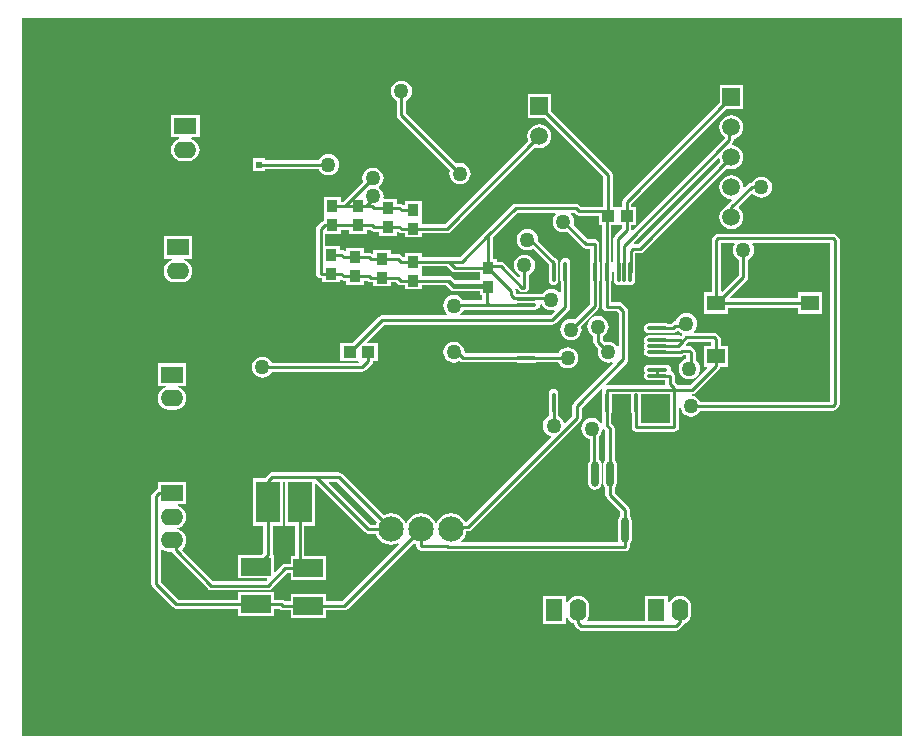
<source format=gbl>
G04*
G04 #@! TF.GenerationSoftware,Altium Limited,Altium Designer,19.1.5 (86)*
G04*
G04 Layer_Physical_Order=2*
G04 Layer_Color=16711680*
%FSLAX25Y25*%
%MOIN*%
G70*
G01*
G75*
%ADD15C,0.01000*%
%ADD20R,0.04134X0.03937*%
%ADD21O,0.02362X0.08661*%
%ADD22R,0.06122X0.05118*%
%ADD25R,0.02264X0.02441*%
%ADD43O,0.07087X0.01181*%
%ADD44O,0.01181X0.07087*%
%ADD45O,0.05500X0.07500*%
%ADD46R,0.05500X0.07500*%
%ADD47R,0.05906X0.05906*%
%ADD48C,0.05906*%
%ADD49O,0.07500X0.05500*%
%ADD50R,0.07500X0.05500*%
%ADD51C,0.08465*%
%ADD52C,0.05000*%
%ADD53R,0.03740X0.03937*%
%ADD54R,0.07874X0.13780*%
%ADD55R,0.09843X0.05906*%
G36*
X509971Y165029D02*
X216529D01*
Y166000D01*
Y404471D01*
X509971D01*
Y165029D01*
D02*
G37*
%LPC*%
G36*
X318650Y359050D02*
X317736Y358929D01*
X316884Y358577D01*
X316153Y358016D01*
X315592Y357285D01*
X315495Y357049D01*
X297632D01*
Y357740D01*
X293368D01*
Y353299D01*
X297632D01*
Y353990D01*
X315495D01*
X315592Y353754D01*
X316153Y353023D01*
X316884Y352462D01*
X317736Y352110D01*
X318650Y351989D01*
X319563Y352110D01*
X320415Y352462D01*
X321146Y353023D01*
X321707Y353754D01*
X322059Y354606D01*
X322180Y355520D01*
X322059Y356433D01*
X321707Y357285D01*
X321146Y358016D01*
X320415Y358577D01*
X319563Y358929D01*
X318650Y359050D01*
D02*
G37*
G36*
X275750Y372124D02*
X266250D01*
Y364624D01*
X268912D01*
X269021Y364154D01*
X268109Y363776D01*
X267325Y363175D01*
X266724Y362391D01*
X266347Y361479D01*
X266218Y360500D01*
X266347Y359521D01*
X266724Y358609D01*
X267325Y357825D01*
X268109Y357224D01*
X269021Y356846D01*
X270000Y356718D01*
X272000D01*
X272979Y356846D01*
X273891Y357224D01*
X274675Y357825D01*
X275276Y358609D01*
X275654Y359521D01*
X275782Y360500D01*
X275654Y361479D01*
X275276Y362391D01*
X274675Y363175D01*
X273891Y363776D01*
X272979Y364154D01*
X273088Y364624D01*
X275750D01*
Y372124D01*
D02*
G37*
G36*
X343000Y383530D02*
X342086Y383410D01*
X341235Y383057D01*
X340504Y382496D01*
X339943Y381765D01*
X339590Y380914D01*
X339470Y380000D01*
X339590Y379086D01*
X339943Y378235D01*
X340504Y377504D01*
X341235Y376943D01*
X341471Y376845D01*
Y372000D01*
X341587Y371415D01*
X341919Y370919D01*
X359188Y353649D01*
X359090Y353414D01*
X358970Y352500D01*
X359090Y351586D01*
X359443Y350735D01*
X360004Y350004D01*
X360735Y349443D01*
X361586Y349090D01*
X362500Y348970D01*
X363414Y349090D01*
X364265Y349443D01*
X364996Y350004D01*
X365557Y350735D01*
X365910Y351586D01*
X366030Y352500D01*
X365910Y353414D01*
X365557Y354265D01*
X364996Y354996D01*
X364265Y355557D01*
X363414Y355910D01*
X362500Y356030D01*
X361586Y355910D01*
X361351Y355812D01*
X344529Y372634D01*
Y376845D01*
X344765Y376943D01*
X345496Y377504D01*
X346057Y378235D01*
X346410Y379086D01*
X346530Y380000D01*
X346410Y380914D01*
X346057Y381765D01*
X345496Y382496D01*
X344765Y383057D01*
X343914Y383410D01*
X343000Y383530D01*
D02*
G37*
G36*
X453000Y351987D02*
X451968Y351851D01*
X451007Y351453D01*
X450181Y350819D01*
X449547Y349993D01*
X449149Y349032D01*
X449013Y348000D01*
X449149Y346968D01*
X449547Y346007D01*
X450181Y345181D01*
X451007Y344547D01*
X451968Y344149D01*
X452906Y344026D01*
X453167Y343580D01*
X451919Y342331D01*
X451587Y341835D01*
X451556Y341680D01*
X451007Y341453D01*
X450181Y340819D01*
X449547Y339993D01*
X449149Y339032D01*
X449013Y338000D01*
X449149Y336968D01*
X449547Y336007D01*
X450181Y335181D01*
X451007Y334547D01*
X451968Y334149D01*
X453000Y334013D01*
X454032Y334149D01*
X454993Y334547D01*
X455819Y335181D01*
X456453Y336007D01*
X456851Y336968D01*
X456987Y338000D01*
X456851Y339032D01*
X456453Y339993D01*
X455819Y340819D01*
X455505Y341060D01*
X455472Y341559D01*
X459764Y345851D01*
X460263Y345818D01*
X460504Y345504D01*
X461235Y344943D01*
X462086Y344590D01*
X463000Y344470D01*
X463914Y344590D01*
X464765Y344943D01*
X465496Y345504D01*
X466057Y346235D01*
X466410Y347086D01*
X466530Y348000D01*
X466410Y348914D01*
X466057Y349765D01*
X465496Y350496D01*
X464765Y351057D01*
X463914Y351410D01*
X463000Y351530D01*
X462086Y351410D01*
X461235Y351057D01*
X460504Y350496D01*
X459943Y349765D01*
X459845Y349529D01*
X459750D01*
X459165Y349413D01*
X458669Y349081D01*
X457420Y347833D01*
X456974Y348094D01*
X456851Y349032D01*
X456453Y349993D01*
X455819Y350819D01*
X454993Y351453D01*
X454032Y351851D01*
X453000Y351987D01*
D02*
G37*
G36*
X456953Y381953D02*
X449047D01*
Y376210D01*
X417068Y344231D01*
X416737Y343735D01*
X416620Y343150D01*
Y341822D01*
X416267Y341469D01*
X415083Y341469D01*
X414583Y341469D01*
X413380D01*
Y352150D01*
X413263Y352735D01*
X412932Y353231D01*
X392953Y373210D01*
Y378953D01*
X385047D01*
Y371047D01*
X390790D01*
X410321Y351516D01*
Y341498D01*
X402822D01*
X402270Y342050D01*
X401774Y342382D01*
X401188Y342498D01*
X381069D01*
X380483Y342382D01*
X379987Y342050D01*
X370919Y332981D01*
X370919Y332981D01*
X362616Y324679D01*
X349870D01*
Y326118D01*
X344130D01*
Y324679D01*
X343334D01*
X342781Y325231D01*
X342285Y325563D01*
X341700Y325679D01*
X339370D01*
Y327118D01*
X333630D01*
Y326087D01*
X333554Y326009D01*
X333130Y325832D01*
X332785Y326063D01*
X332200Y326179D01*
X330370D01*
Y327618D01*
X324630D01*
Y326740D01*
X324130Y326533D01*
X324081Y326581D01*
X323585Y326913D01*
X323000Y327029D01*
X322370D01*
Y328468D01*
X317629D01*
Y332382D01*
X322870D01*
Y333821D01*
X325630D01*
Y332382D01*
X331370D01*
Y333821D01*
X332467D01*
X332668Y333619D01*
X333164Y333288D01*
X333750Y333171D01*
X335630D01*
Y331732D01*
X341370D01*
Y333163D01*
X341870Y333168D01*
X341919Y333119D01*
X342415Y332788D01*
X343000Y332671D01*
X344130D01*
Y331232D01*
X349870D01*
Y332671D01*
X358201D01*
X358786Y332788D01*
X359282Y333119D01*
X387504Y361341D01*
X387968Y361149D01*
X389000Y361013D01*
X390032Y361149D01*
X390993Y361547D01*
X391819Y362181D01*
X392453Y363007D01*
X392851Y363968D01*
X392987Y365000D01*
X392851Y366032D01*
X392453Y366993D01*
X391819Y367819D01*
X390993Y368453D01*
X390032Y368851D01*
X389000Y368987D01*
X387968Y368851D01*
X387007Y368453D01*
X386181Y367819D01*
X385547Y366993D01*
X385149Y366032D01*
X385013Y365000D01*
X385149Y363968D01*
X385341Y363504D01*
X357567Y335730D01*
X349870D01*
Y337032D01*
X349870Y337169D01*
Y337531D01*
X349870Y337669D01*
Y343468D01*
X344130D01*
Y342038D01*
X343630Y342033D01*
X343581Y342081D01*
X343085Y342413D01*
X342500Y342529D01*
X341370D01*
Y343969D01*
X337375D01*
X336960Y344468D01*
X337030Y345000D01*
X336910Y345914D01*
X336557Y346765D01*
X335996Y347496D01*
X335665Y347750D01*
Y348250D01*
X335996Y348504D01*
X336557Y349235D01*
X336910Y350086D01*
X337030Y351000D01*
X336910Y351914D01*
X336557Y352765D01*
X335996Y353496D01*
X335265Y354057D01*
X334414Y354410D01*
X333500Y354530D01*
X332586Y354410D01*
X331735Y354057D01*
X331004Y353496D01*
X330443Y352765D01*
X330090Y351914D01*
X329970Y351000D01*
X330090Y350086D01*
X330188Y349851D01*
X323516Y343179D01*
X322870D01*
Y344618D01*
X317130D01*
Y338819D01*
X317130Y338681D01*
Y338319D01*
X317130Y338181D01*
Y336816D01*
X316865Y336763D01*
X316369Y336432D01*
X315019Y335081D01*
X314687Y334585D01*
X314571Y334000D01*
Y319201D01*
X314687Y318616D01*
X315019Y318119D01*
X315515Y317788D01*
X316100Y317671D01*
X316630D01*
Y316232D01*
X322370D01*
Y317035D01*
X322870Y317201D01*
X323265Y316937D01*
X323850Y316821D01*
X324630D01*
Y315382D01*
X330370D01*
Y316821D01*
X331567D01*
X331619Y316769D01*
X332115Y316437D01*
X332700Y316321D01*
X333630D01*
Y314882D01*
X339370D01*
Y316321D01*
X341067D01*
X341619Y315769D01*
X342115Y315437D01*
X342700Y315321D01*
X344130D01*
Y313882D01*
X349870D01*
Y315321D01*
X357867D01*
X359419Y313769D01*
X359915Y313437D01*
X360500Y313321D01*
X369130D01*
Y311882D01*
X369971D01*
Y310234D01*
X363570D01*
X363557Y310265D01*
X362996Y310996D01*
X362265Y311557D01*
X361414Y311910D01*
X360500Y312030D01*
X359586Y311910D01*
X358735Y311557D01*
X358004Y310996D01*
X357443Y310265D01*
X357090Y309414D01*
X356970Y308500D01*
X357090Y307586D01*
X357443Y306735D01*
X358004Y306004D01*
X358345Y305742D01*
X358175Y305242D01*
X336512D01*
X335927Y305126D01*
X335430Y304794D01*
X326605Y295969D01*
X322634D01*
Y290032D01*
X328433D01*
X328616Y290032D01*
X328840Y289720D01*
X328854Y289659D01*
X328784Y289529D01*
X299804D01*
X299707Y289765D01*
X299146Y290496D01*
X298415Y291057D01*
X297563Y291410D01*
X296650Y291530D01*
X295736Y291410D01*
X294884Y291057D01*
X294153Y290496D01*
X293592Y289765D01*
X293240Y288914D01*
X293119Y288000D01*
X293240Y287086D01*
X293592Y286235D01*
X294153Y285504D01*
X294884Y284943D01*
X295736Y284590D01*
X296650Y284470D01*
X297563Y284590D01*
X298415Y284943D01*
X299146Y285504D01*
X299707Y286235D01*
X299804Y286471D01*
X330000D01*
X330585Y286587D01*
X331081Y286919D01*
X333081Y288919D01*
X333413Y289415D01*
X333529Y290000D01*
Y290032D01*
X335067D01*
Y295969D01*
X331584D01*
X331393Y296430D01*
X337145Y302183D01*
X393354D01*
X393940Y302300D01*
X394436Y302631D01*
X398723Y306919D01*
X399055Y307415D01*
X399171Y308000D01*
Y316434D01*
X399264Y316898D01*
Y322803D01*
X399140Y323424D01*
X398788Y323950D01*
X398262Y324301D01*
X397642Y324425D01*
X397021Y324301D01*
X396495Y323950D01*
X396144Y323424D01*
X396020Y322803D01*
Y316898D01*
X396112Y316434D01*
Y313015D01*
X395612Y312845D01*
X395496Y312996D01*
X394765Y313557D01*
X393914Y313910D01*
X393000Y314030D01*
X392086Y313910D01*
X391235Y313557D01*
X390504Y312996D01*
X390082Y312447D01*
X384650D01*
X384650Y312447D01*
X381302D01*
X381115Y312633D01*
Y313465D01*
X381016Y313964D01*
X381250Y314172D01*
X381429Y314258D01*
X382268Y313419D01*
X382764Y313087D01*
X383350Y312971D01*
X384000D01*
X384585Y313087D01*
X385081Y313419D01*
X385413Y313915D01*
X385529Y314500D01*
Y318845D01*
X385765Y318943D01*
X386496Y319504D01*
X387057Y320235D01*
X387410Y321086D01*
X387530Y322000D01*
X387410Y322914D01*
X387057Y323765D01*
X386496Y324496D01*
X385765Y325057D01*
X384914Y325410D01*
X384000Y325530D01*
X383086Y325410D01*
X382235Y325057D01*
X381504Y324496D01*
X380943Y323765D01*
X380590Y322914D01*
X380470Y322000D01*
X380590Y321086D01*
X380943Y320235D01*
X381504Y319504D01*
X382235Y318943D01*
X382471Y318845D01*
Y318195D01*
X382009Y318004D01*
X377281Y322731D01*
X376785Y323063D01*
X376200Y323179D01*
X374870D01*
Y324118D01*
X373529D01*
Y331266D01*
X381702Y339439D01*
X394347D01*
X394460Y338939D01*
X393943Y338265D01*
X393590Y337414D01*
X393470Y336500D01*
X393590Y335586D01*
X393943Y334735D01*
X394504Y334004D01*
X395235Y333443D01*
X396086Y333090D01*
X397000Y332970D01*
X397914Y333090D01*
X398149Y333188D01*
X403403Y327934D01*
X403899Y327603D01*
X404484Y327486D01*
X405955D01*
Y323267D01*
X405863Y322803D01*
Y316898D01*
X405955Y316434D01*
Y309118D01*
X400649Y303812D01*
X400414Y303910D01*
X399500Y304030D01*
X398586Y303910D01*
X397735Y303557D01*
X397004Y302996D01*
X396443Y302265D01*
X396090Y301414D01*
X395970Y300500D01*
X396090Y299586D01*
X396443Y298735D01*
X397004Y298004D01*
X397735Y297443D01*
X398586Y297090D01*
X399500Y296970D01*
X400414Y297090D01*
X401265Y297443D01*
X401996Y298004D01*
X402557Y298735D01*
X402910Y299586D01*
X403030Y300500D01*
X402910Y301414D01*
X402812Y301649D01*
X408566Y307403D01*
X408897Y307899D01*
X409014Y308484D01*
Y316434D01*
X409106Y316898D01*
Y322803D01*
X409014Y323267D01*
Y329016D01*
X408897Y329601D01*
X408566Y330097D01*
X408070Y330429D01*
X407484Y330545D01*
X405118D01*
X400312Y335351D01*
X400410Y335586D01*
X400530Y336500D01*
X400410Y337414D01*
X400057Y338265D01*
X399540Y338939D01*
X399653Y339439D01*
X400555D01*
X401107Y338887D01*
X401603Y338556D01*
X402188Y338439D01*
X408783D01*
Y335531D01*
X409892D01*
Y323267D01*
X409799Y322803D01*
Y316898D01*
X409892Y316434D01*
Y308200D01*
X410008Y307615D01*
X410340Y307119D01*
X410836Y306787D01*
X411421Y306671D01*
X414781D01*
X415471Y305981D01*
Y295007D01*
X414971Y294878D01*
X414496Y295496D01*
X413765Y296057D01*
X412914Y296410D01*
X412000Y296530D01*
X411086Y296410D01*
X410851Y296312D01*
X410029Y297133D01*
Y298345D01*
X410265Y298443D01*
X410996Y299004D01*
X411557Y299735D01*
X411910Y300586D01*
X412030Y301500D01*
X411910Y302414D01*
X411557Y303265D01*
X410996Y303996D01*
X410265Y304557D01*
X409414Y304910D01*
X408500Y305030D01*
X407586Y304910D01*
X406735Y304557D01*
X406004Y303996D01*
X405443Y303265D01*
X405090Y302414D01*
X404970Y301500D01*
X405090Y300586D01*
X405443Y299735D01*
X406004Y299004D01*
X406735Y298443D01*
X406971Y298345D01*
Y296500D01*
X407087Y295915D01*
X407419Y295419D01*
X408688Y294149D01*
X408590Y293914D01*
X408470Y293000D01*
X408590Y292086D01*
X408943Y291235D01*
X409504Y290504D01*
X410235Y289943D01*
X411086Y289590D01*
X412000Y289470D01*
X412914Y289590D01*
X413332Y289763D01*
X413615Y289340D01*
X400419Y276143D01*
X400087Y275646D01*
X399971Y275061D01*
Y271696D01*
X397577Y269302D01*
X397076Y269508D01*
X396762Y270265D01*
X396201Y270996D01*
X395470Y271557D01*
X395234Y271655D01*
Y272733D01*
X395326Y273197D01*
Y279102D01*
X395203Y279723D01*
X394851Y280249D01*
X394325Y280601D01*
X393705Y280724D01*
X393084Y280601D01*
X392558Y280249D01*
X392207Y279723D01*
X392083Y279102D01*
Y273197D01*
X392175Y272733D01*
Y271655D01*
X391940Y271557D01*
X391209Y270996D01*
X390648Y270265D01*
X390295Y269414D01*
X390175Y268500D01*
X390295Y267586D01*
X390648Y266735D01*
X391209Y266004D01*
X391940Y265443D01*
X392697Y265129D01*
X392903Y264628D01*
X364663Y236388D01*
X364150Y236447D01*
X364070Y236639D01*
X363232Y237732D01*
X362139Y238570D01*
X360866Y239098D01*
X359500Y239277D01*
X358134Y239098D01*
X356861Y238570D01*
X355768Y237732D01*
X354930Y236639D01*
X354750Y236205D01*
X354250D01*
X354070Y236639D01*
X353232Y237732D01*
X352139Y238570D01*
X350866Y239098D01*
X349500Y239277D01*
X348134Y239098D01*
X346861Y238570D01*
X345768Y237732D01*
X344930Y236639D01*
X344750Y236205D01*
X344250D01*
X344070Y236639D01*
X343232Y237732D01*
X342139Y238570D01*
X340866Y239098D01*
X339500Y239277D01*
X338134Y239098D01*
X337025Y238638D01*
X323181Y252481D01*
X322685Y252813D01*
X322100Y252929D01*
X299900D01*
X299315Y252813D01*
X298819Y252481D01*
X297419Y251081D01*
X297290Y250890D01*
X293563D01*
Y235110D01*
X296971D01*
Y226133D01*
X296290Y225453D01*
X288579D01*
Y217547D01*
X298031D01*
X298222Y217085D01*
X297867Y216729D01*
X280234D01*
X269996Y226967D01*
X270029Y227466D01*
X270175Y227577D01*
X270776Y228361D01*
X271153Y229273D01*
X271282Y230252D01*
X271153Y231231D01*
X270776Y232143D01*
X270175Y232927D01*
X269391Y233528D01*
X268479Y233906D01*
X268241Y233937D01*
Y234441D01*
X268479Y234472D01*
X269391Y234850D01*
X270175Y235452D01*
X270776Y236235D01*
X271153Y237147D01*
X271282Y238126D01*
X271153Y239105D01*
X270776Y240017D01*
X270175Y240800D01*
X269391Y241402D01*
X268479Y241779D01*
X268588Y242250D01*
X271250D01*
Y249750D01*
X261750D01*
Y247440D01*
X261615Y247413D01*
X261119Y247081D01*
X260119Y246081D01*
X259787Y245585D01*
X259671Y245000D01*
Y215780D01*
X259787Y215195D01*
X260119Y214699D01*
X266919Y207899D01*
X267415Y207567D01*
X268000Y207451D01*
X288579D01*
Y205028D01*
X300421D01*
Y207451D01*
X302366D01*
X302419Y207399D01*
X302915Y207067D01*
X303500Y206951D01*
X306079D01*
Y204528D01*
X317921D01*
Y206951D01*
X323980D01*
X324566Y207067D01*
X325062Y207399D01*
X347025Y229362D01*
X347971Y228970D01*
Y228300D01*
X348087Y227715D01*
X348419Y227219D01*
X348915Y226887D01*
X349500Y226771D01*
X357690D01*
X357815Y226687D01*
X358400Y226571D01*
X417500D01*
X418085Y226687D01*
X418581Y227019D01*
X418913Y227515D01*
X419029Y228100D01*
Y228800D01*
X419072Y228829D01*
X419555Y229551D01*
X419724Y230402D01*
Y236701D01*
X419555Y237552D01*
X419072Y238273D01*
X419029Y238302D01*
Y240500D01*
X418913Y241085D01*
X418581Y241581D01*
X414029Y246133D01*
Y247698D01*
X414073Y247727D01*
X414555Y248448D01*
X414724Y249299D01*
Y255598D01*
X414555Y256449D01*
X414073Y257171D01*
X414029Y257200D01*
Y267500D01*
X413913Y268085D01*
X413581Y268581D01*
X412951Y269212D01*
Y272733D01*
X413043Y273197D01*
Y278971D01*
X419642D01*
Y273197D01*
X419734Y272733D01*
Y268000D01*
X419851Y267415D01*
X420182Y266919D01*
X420679Y266587D01*
X421264Y266471D01*
X434000D01*
X434585Y266587D01*
X435081Y266919D01*
X435413Y267415D01*
X435529Y268000D01*
Y274515D01*
X436029Y274547D01*
X436090Y274086D01*
X436443Y273235D01*
X437004Y272504D01*
X437735Y271943D01*
X438586Y271590D01*
X439500Y271470D01*
X440414Y271590D01*
X441265Y271943D01*
X441996Y272504D01*
X442557Y273235D01*
X442655Y273471D01*
X486914D01*
X487500Y273587D01*
X487996Y273919D01*
X488581Y274504D01*
X488913Y275001D01*
X489029Y275586D01*
Y330414D01*
X488913Y330999D01*
X488581Y331496D01*
X487996Y332081D01*
X487500Y332413D01*
X486914Y332529D01*
X448586D01*
X448000Y332413D01*
X447504Y332081D01*
X446919Y331496D01*
X446587Y330999D01*
X446471Y330414D01*
Y312917D01*
X443789D01*
Y305799D01*
X451911D01*
Y307829D01*
X475089D01*
Y305799D01*
X483211D01*
Y312917D01*
X475089D01*
Y310888D01*
X452698D01*
X452507Y311350D01*
X458081Y316924D01*
X458413Y317421D01*
X458529Y318006D01*
Y323845D01*
X458765Y323943D01*
X459496Y324504D01*
X460057Y325235D01*
X460410Y326086D01*
X460530Y327000D01*
X460410Y327914D01*
X460057Y328765D01*
X459860Y329022D01*
X460081Y329471D01*
X485971D01*
Y276529D01*
X442655D01*
X442557Y276765D01*
X441996Y277496D01*
X441265Y278057D01*
X440414Y278410D01*
X439953Y278471D01*
X439985Y278971D01*
X440000D01*
X440585Y279087D01*
X441081Y279419D01*
X448932Y287269D01*
X449263Y287765D01*
X449327Y288083D01*
X451911D01*
Y295201D01*
X449380D01*
Y297350D01*
X449263Y297936D01*
X448932Y298432D01*
X448346Y299018D01*
X447850Y299349D01*
X447265Y299466D01*
X440573D01*
X440412Y299939D01*
X440496Y300004D01*
X441057Y300735D01*
X441410Y301586D01*
X441530Y302500D01*
X441410Y303414D01*
X441057Y304265D01*
X440496Y304996D01*
X439765Y305557D01*
X438914Y305910D01*
X438000Y306030D01*
X437086Y305910D01*
X436235Y305557D01*
X435504Y304996D01*
X434943Y304265D01*
X434590Y303414D01*
X434570Y303264D01*
X434176D01*
X433590Y303148D01*
X433094Y302816D01*
X432760Y302482D01*
X431767D01*
X431303Y302574D01*
X425398D01*
X424777Y302451D01*
X424251Y302099D01*
X423899Y301573D01*
X423776Y300953D01*
X423899Y300332D01*
X424251Y299806D01*
X424777Y299454D01*
X425398Y299331D01*
X431303D01*
X431767Y299423D01*
X433394D01*
X433979Y299540D01*
X434475Y299871D01*
X434809Y300205D01*
X435349D01*
X435504Y300004D01*
X436235Y299443D01*
X436474Y299344D01*
X436570Y298861D01*
X436207Y298498D01*
X435968Y298545D01*
X431767D01*
X431303Y298638D01*
X425398D01*
X424777Y298514D01*
X424251Y298163D01*
X423899Y297636D01*
X423776Y297016D01*
X423899Y296395D01*
X424142Y296031D01*
X423899Y295668D01*
X423776Y295047D01*
X423899Y294427D01*
X424142Y294063D01*
X423899Y293699D01*
X423776Y293079D01*
X423899Y292458D01*
X424251Y291932D01*
X424777Y291581D01*
X425398Y291457D01*
X428200D01*
X428350Y291427D01*
X436051D01*
X436636Y291544D01*
X437132Y291875D01*
X437228Y291971D01*
X437971D01*
Y290862D01*
X437235Y290557D01*
X436504Y289996D01*
X435943Y289265D01*
X435590Y288414D01*
X435470Y287500D01*
X435590Y286586D01*
X435943Y285735D01*
X436504Y285004D01*
X437235Y284443D01*
X438086Y284090D01*
X439000Y283970D01*
X439914Y284090D01*
X440765Y284443D01*
X441496Y285004D01*
X442057Y285735D01*
X442410Y286586D01*
X442530Y287500D01*
X442410Y288414D01*
X442057Y289265D01*
X441496Y289996D01*
X441029Y290354D01*
Y292914D01*
X440913Y293499D01*
X440581Y293996D01*
X439996Y294581D01*
X439500Y294913D01*
X438914Y295029D01*
X437861D01*
X437692Y295529D01*
X438570Y296407D01*
X446321D01*
Y295201D01*
X443789D01*
Y288083D01*
X444767D01*
X444958Y287621D01*
X439366Y282029D01*
X435116D01*
X435081Y282081D01*
X434029Y283134D01*
Y285205D01*
X433913Y285790D01*
X433581Y286286D01*
X433085Y286618D01*
X432825Y286670D01*
X432925Y287173D01*
X432801Y287794D01*
X432450Y288320D01*
X431924Y288671D01*
X431303Y288795D01*
X425398D01*
X424777Y288671D01*
X424251Y288320D01*
X423899Y287794D01*
X423776Y287173D01*
X423899Y286553D01*
X424142Y286189D01*
X423899Y285825D01*
X423776Y285205D01*
X423899Y284584D01*
X424251Y284058D01*
X424777Y283706D01*
X425398Y283583D01*
X430971D01*
Y282500D01*
X430987Y282416D01*
X430670Y282029D01*
X411421D01*
X411317Y282009D01*
X411071Y282470D01*
X418081Y289480D01*
X418413Y289976D01*
X418529Y290561D01*
Y306614D01*
X418413Y307200D01*
X418082Y307696D01*
X416496Y309281D01*
X416000Y309613D01*
X415414Y309729D01*
X412951D01*
Y316434D01*
X413043Y316898D01*
Y322803D01*
X412951Y323267D01*
Y335531D01*
X414583D01*
X414917Y335531D01*
X415417Y335531D01*
X416620D01*
Y334283D01*
X414123Y331786D01*
X413792Y331290D01*
X413675Y330705D01*
Y319850D01*
X413736Y319542D01*
Y316898D01*
X413860Y316277D01*
X414212Y315751D01*
X414738Y315399D01*
X415358Y315276D01*
X415979Y315399D01*
X416342Y315642D01*
X416706Y315399D01*
X417327Y315276D01*
X417947Y315399D01*
X418311Y315642D01*
X418675Y315399D01*
X419295Y315276D01*
X419916Y315399D01*
X420442Y315751D01*
X420793Y316277D01*
X420917Y316898D01*
Y319700D01*
X420947Y319850D01*
Y325971D01*
X422500D01*
X423085Y326087D01*
X423581Y326419D01*
X451504Y354341D01*
X451968Y354149D01*
X453000Y354013D01*
X454032Y354149D01*
X454993Y354547D01*
X455819Y355181D01*
X456453Y356007D01*
X456851Y356968D01*
X456987Y358000D01*
X456851Y359032D01*
X456453Y359993D01*
X455819Y360819D01*
X454993Y361453D01*
X454032Y361851D01*
X453495Y361922D01*
X453315Y362450D01*
X453331Y362466D01*
X453663Y362962D01*
X453779Y363547D01*
Y364116D01*
X454032Y364149D01*
X454993Y364547D01*
X455819Y365181D01*
X456453Y366007D01*
X456851Y366968D01*
X456987Y368000D01*
X456851Y369032D01*
X456453Y369993D01*
X455819Y370819D01*
X454993Y371453D01*
X454032Y371851D01*
X453000Y371987D01*
X451968Y371851D01*
X451007Y371453D01*
X450181Y370819D01*
X449547Y369993D01*
X449149Y369032D01*
X449013Y368000D01*
X449149Y366968D01*
X449547Y366007D01*
X450181Y365181D01*
X450721Y364767D01*
Y364181D01*
X420172Y333632D01*
X419679Y333846D01*
Y335531D01*
X421216D01*
Y341469D01*
X419679D01*
Y342516D01*
X451210Y374047D01*
X456953D01*
Y381953D01*
D02*
G37*
G36*
X273250Y331624D02*
X263750D01*
Y324124D01*
X266412D01*
X266521Y323654D01*
X265609Y323276D01*
X264826Y322674D01*
X264224Y321891D01*
X263846Y320979D01*
X263718Y320000D01*
X263846Y319021D01*
X264224Y318109D01*
X264826Y317325D01*
X265609Y316724D01*
X266521Y316347D01*
X267500Y316218D01*
X269500D01*
X270479Y316347D01*
X271391Y316724D01*
X272175Y317325D01*
X272776Y318109D01*
X273153Y319021D01*
X273282Y320000D01*
X273153Y320979D01*
X272776Y321891D01*
X272175Y322674D01*
X271391Y323276D01*
X270479Y323654D01*
X270588Y324124D01*
X273250D01*
Y331624D01*
D02*
G37*
G36*
X385000Y334030D02*
X384086Y333910D01*
X383235Y333557D01*
X382504Y332996D01*
X381943Y332265D01*
X381590Y331414D01*
X381470Y330500D01*
X381590Y329586D01*
X381943Y328735D01*
X382504Y328004D01*
X383235Y327443D01*
X384086Y327090D01*
X385000Y326970D01*
X385914Y327090D01*
X386765Y327443D01*
X386815Y327481D01*
X392083Y322213D01*
Y316898D01*
X392207Y316277D01*
X392558Y315751D01*
X393084Y315399D01*
X393705Y315276D01*
X394325Y315399D01*
X394851Y315751D01*
X395203Y316277D01*
X395326Y316898D01*
Y322803D01*
X395203Y323424D01*
X394851Y323950D01*
X394325Y324301D01*
X394319Y324303D01*
X388483Y330139D01*
X388530Y330500D01*
X388410Y331414D01*
X388057Y332265D01*
X387496Y332996D01*
X386765Y333557D01*
X385914Y333910D01*
X385000Y334030D01*
D02*
G37*
G36*
X360500Y296530D02*
X359586Y296410D01*
X358735Y296057D01*
X358004Y295496D01*
X357443Y294765D01*
X357090Y293914D01*
X356970Y293000D01*
X357090Y292086D01*
X357443Y291235D01*
X358004Y290504D01*
X358735Y289943D01*
X359586Y289590D01*
X360500Y289470D01*
X361414Y289590D01*
X362265Y289943D01*
X362385Y290035D01*
X362391Y290029D01*
X362887Y289697D01*
X363472Y289581D01*
X381233D01*
X381697Y289489D01*
X387602D01*
X388067Y289581D01*
X395278D01*
X395376Y289345D01*
X395937Y288614D01*
X396668Y288053D01*
X397519Y287700D01*
X398433Y287580D01*
X399347Y287700D01*
X400198Y288053D01*
X400929Y288614D01*
X401490Y289345D01*
X401843Y290196D01*
X401963Y291110D01*
X401843Y292024D01*
X401490Y292875D01*
X400929Y293606D01*
X400198Y294167D01*
X399347Y294520D01*
X398433Y294640D01*
X397519Y294520D01*
X396668Y294167D01*
X395937Y293606D01*
X395376Y292875D01*
X395278Y292640D01*
X388067D01*
X387602Y292732D01*
X381697D01*
X381233Y292640D01*
X364468D01*
X364030Y293000D01*
X363910Y293914D01*
X363557Y294765D01*
X362996Y295496D01*
X362265Y296057D01*
X361414Y296410D01*
X360500Y296530D01*
D02*
G37*
G36*
X271250Y289250D02*
X261750D01*
Y281750D01*
X264412D01*
X264521Y281279D01*
X263609Y280902D01*
X262825Y280300D01*
X262224Y279517D01*
X261846Y278605D01*
X261718Y277626D01*
X261846Y276647D01*
X262224Y275735D01*
X262825Y274952D01*
X263609Y274350D01*
X264521Y273973D01*
X265500Y273844D01*
X267500D01*
X268479Y273973D01*
X269391Y274350D01*
X270175Y274952D01*
X270776Y275735D01*
X271153Y276647D01*
X271282Y277626D01*
X271153Y278605D01*
X270776Y279517D01*
X270175Y280300D01*
X269391Y280902D01*
X268479Y281279D01*
X268588Y281750D01*
X271250D01*
Y289250D01*
D02*
G37*
G36*
X435874Y211782D02*
X434895Y211653D01*
X433983Y211276D01*
X433200Y210675D01*
X432598Y209891D01*
X432221Y208979D01*
X431750Y209088D01*
Y211750D01*
X424250D01*
Y203229D01*
X405105D01*
X404858Y203729D01*
X405150Y204109D01*
X405527Y205021D01*
X405656Y206000D01*
Y208000D01*
X405527Y208979D01*
X405150Y209891D01*
X404549Y210675D01*
X403765Y211276D01*
X402853Y211653D01*
X401874Y211782D01*
X400895Y211653D01*
X399983Y211276D01*
X399200Y210675D01*
X398598Y209891D01*
X398220Y208979D01*
X397750Y209088D01*
Y211750D01*
X390250D01*
Y202250D01*
X397750D01*
Y204912D01*
X398220Y205021D01*
X398598Y204109D01*
X399200Y203326D01*
X399983Y202724D01*
X400399Y202552D01*
X400461Y202241D01*
X400793Y201745D01*
X401919Y200619D01*
X402415Y200287D01*
X403000Y200171D01*
X434574D01*
X435159Y200287D01*
X435655Y200619D01*
X436955Y201919D01*
X437287Y202415D01*
X437311Y202536D01*
X437765Y202724D01*
X438549Y203326D01*
X439150Y204109D01*
X439528Y205021D01*
X439656Y206000D01*
Y208000D01*
X439528Y208979D01*
X439150Y209891D01*
X438549Y210675D01*
X437765Y211276D01*
X436853Y211653D01*
X435874Y211782D01*
D02*
G37*
%LPD*%
G36*
X449078Y357505D02*
X449149Y356968D01*
X449341Y356504D01*
X421867Y329029D01*
X420602D01*
X420395Y329529D01*
X448550Y357685D01*
X449078Y357505D01*
D02*
G37*
G36*
X359619Y320068D02*
X360115Y319737D01*
X360700Y319620D01*
X369130D01*
Y318319D01*
X369130Y318181D01*
X369130D01*
Y317819D01*
X369130D01*
Y316880D01*
X360834D01*
X359781Y317932D01*
X359285Y318263D01*
X358700Y318380D01*
X349870D01*
Y319819D01*
X349870D01*
Y320181D01*
X349870D01*
Y321620D01*
X358067D01*
X359619Y320068D01*
D02*
G37*
G36*
X454140Y329022D02*
X453943Y328765D01*
X453590Y327914D01*
X453470Y327000D01*
X453590Y326086D01*
X453943Y325235D01*
X454504Y324504D01*
X455235Y323943D01*
X455471Y323845D01*
Y318639D01*
X450029Y313198D01*
X449529Y313405D01*
Y329471D01*
X453919D01*
X454140Y329022D01*
D02*
G37*
G36*
X389834Y308998D02*
X389943Y308735D01*
X390504Y308004D01*
X391235Y307443D01*
X392086Y307090D01*
X393000Y306970D01*
X393854Y307082D01*
X393966Y306967D01*
X394109Y306630D01*
X392721Y305242D01*
X362825D01*
X362655Y305742D01*
X362996Y306004D01*
X363557Y306735D01*
X363740Y307175D01*
X384650D01*
X384800Y307205D01*
X387602D01*
X388223Y307329D01*
X388749Y307680D01*
X389101Y308206D01*
X389224Y308827D01*
X389696Y309019D01*
X389834Y308998D01*
D02*
G37*
G36*
X432471Y269529D02*
X422793D01*
Y272733D01*
X422886Y273197D01*
Y278971D01*
X432471D01*
Y269529D01*
D02*
G37*
G36*
X409912Y280604D02*
X409892Y280500D01*
Y279567D01*
X409799Y279102D01*
Y273197D01*
X409892Y272733D01*
Y269650D01*
X409392Y269481D01*
X408996Y269996D01*
X408265Y270557D01*
X407414Y270910D01*
X406500Y271030D01*
X405586Y270910D01*
X404735Y270557D01*
X404004Y269996D01*
X403443Y269265D01*
X403090Y268414D01*
X402970Y267500D01*
X403090Y266586D01*
X403443Y265735D01*
X404004Y265004D01*
X404735Y264443D01*
X405586Y264090D01*
X405710Y264074D01*
Y256845D01*
X405445Y256449D01*
X405276Y255598D01*
Y249299D01*
X405445Y248448D01*
X405928Y247727D01*
X406649Y247245D01*
X407500Y247075D01*
X408351Y247245D01*
X409072Y247727D01*
X409555Y248448D01*
X409724Y249299D01*
Y255598D01*
X409555Y256449D01*
X409072Y257171D01*
X408769Y257374D01*
Y264829D01*
X408996Y265004D01*
X409557Y265735D01*
X409910Y266586D01*
X409984Y267149D01*
X410511Y267326D01*
X410971Y266866D01*
Y257200D01*
X410927Y257171D01*
X410445Y256449D01*
X410276Y255598D01*
Y249299D01*
X410445Y248448D01*
X410927Y247727D01*
X410971Y247698D01*
Y245500D01*
X411087Y244915D01*
X411419Y244419D01*
X415971Y239866D01*
Y238302D01*
X415928Y238273D01*
X415445Y237552D01*
X415276Y236701D01*
Y230402D01*
X415353Y230016D01*
X415036Y229629D01*
X363177D01*
X363016Y230103D01*
X363232Y230268D01*
X364070Y231361D01*
X364598Y232634D01*
X364681Y233265D01*
X365232D01*
X365818Y233382D01*
X366314Y233714D01*
X402581Y269981D01*
X402913Y270477D01*
X403029Y271063D01*
Y274428D01*
X409452Y280850D01*
X409912Y280604D01*
D02*
G37*
G36*
X334862Y236475D02*
X334470Y235529D01*
X332633D01*
X318754Y249409D01*
X318946Y249871D01*
X321466D01*
X334862Y236475D01*
D02*
G37*
G36*
X304193Y235110D02*
X307601D01*
Y224953D01*
X306079D01*
Y222529D01*
X304300D01*
X303715Y222413D01*
X303219Y222081D01*
X300883Y219746D01*
X300421Y219937D01*
Y225453D01*
X300068D01*
X300029Y225500D01*
Y235110D01*
X303437D01*
Y249871D01*
X304193D01*
Y235110D01*
D02*
G37*
G36*
X330919Y232919D02*
X331415Y232587D01*
X332000Y232471D01*
X334470D01*
X334930Y231361D01*
X335768Y230268D01*
X336861Y229430D01*
X338134Y228902D01*
X339500Y228723D01*
X340866Y228902D01*
X342004Y229374D01*
X342287Y228950D01*
X323347Y210010D01*
X317921D01*
Y212433D01*
X306079D01*
Y210010D01*
X304134D01*
X304081Y210062D01*
X303585Y210393D01*
X303000Y210510D01*
X300421D01*
Y212933D01*
X288579D01*
Y210510D01*
X268634D01*
X262729Y216414D01*
Y227021D01*
X263229Y227268D01*
X263609Y226976D01*
X264521Y226599D01*
X265500Y226470D01*
X266376D01*
X266387Y226415D01*
X266719Y225919D01*
X278519Y214119D01*
X279015Y213787D01*
X279600Y213671D01*
X298500D01*
X299085Y213787D01*
X299581Y214119D01*
X304934Y219471D01*
X306079D01*
Y217047D01*
X317921D01*
Y224953D01*
X310659D01*
Y235110D01*
X314067D01*
Y249117D01*
X314529Y249308D01*
X330919Y232919D01*
D02*
G37*
D15*
X303500Y208480D02*
X312000D01*
X303000Y208980D02*
X303500Y208480D01*
X294500Y208980D02*
X303000D01*
X360200Y315350D02*
X372000D01*
X372295Y308705D02*
X384650D01*
X412500Y252449D02*
Y267500D01*
X411421Y268579D02*
X412500Y267500D01*
X411421Y268579D02*
Y276150D01*
X397000Y336500D02*
X404484Y329016D01*
X407484D01*
X397642Y308000D02*
Y319850D01*
X393354Y303713D02*
X397642Y308000D01*
Y319850D02*
Y322803D01*
X372000Y321650D02*
X376200D01*
X384650Y310917D02*
X392583D01*
X380668Y310917D02*
X384650D01*
X376200Y321650D02*
X383350Y314500D01*
X384000D01*
Y322000D01*
X343000Y372000D02*
X362500Y352500D01*
X343000Y372000D02*
Y380000D01*
X385000Y330500D02*
X385959D01*
X393705Y322754D01*
Y319850D02*
Y322754D01*
X295500Y355520D02*
X318650D01*
X360500Y314850D02*
X372000D01*
X358500Y316850D02*
X360500Y314850D01*
X428350Y292957D02*
X436051D01*
X459750Y348000D02*
X463000D01*
X453000Y341250D02*
X459750Y348000D01*
X406500Y267500D02*
X407239Y266761D01*
Y252709D02*
Y266761D01*
Y252709D02*
X407500Y252449D01*
X401500Y271063D02*
Y275061D01*
X365232Y234795D02*
X401500Y271063D01*
X360295Y234795D02*
X365232D01*
X359500Y234000D02*
X360295Y234795D01*
X415414Y308200D02*
X417000Y306614D01*
Y290561D02*
Y306614D01*
X401500Y275061D02*
X417000Y290561D01*
X419417Y319850D02*
Y326832D01*
X420086Y327500D01*
X417205Y319850D02*
Y328502D01*
X363472Y291110D02*
X384650D01*
X447850Y309358D02*
X448352D01*
X448000Y309508D02*
Y330414D01*
X448586Y331000D01*
X486914D01*
X447850Y309358D02*
X448000Y309508D01*
X486914Y331000D02*
X487500Y330414D01*
Y275586D02*
Y330414D01*
X486914Y275000D02*
X487500Y275586D01*
X439500Y275000D02*
X486914D01*
X457000Y318006D02*
Y327000D01*
X448352Y309358D02*
X457000Y318006D01*
X439500Y288000D02*
Y292914D01*
X439000Y287500D02*
X439500Y288000D01*
X432500Y282500D02*
X434000Y281000D01*
X432500Y282500D02*
Y285205D01*
X434000Y268000D02*
Y280500D01*
X421264Y268000D02*
X434000D01*
X421264D02*
Y276150D01*
X428350Y285205D02*
X432500D01*
X434000Y280500D02*
X440000D01*
X411421D02*
X434000D01*
X437235Y301735D02*
X438000Y302500D01*
X434176Y301735D02*
X437235D01*
X433394Y300953D02*
X434176Y301735D01*
X428350Y300953D02*
X433394D01*
X336500Y324150D02*
X341700D01*
X332700D02*
X336500D01*
X428350Y285205D02*
Y287173D01*
X447850Y288350D02*
Y291642D01*
X440000Y280500D02*
X447850Y288350D01*
X411421Y276150D02*
Y280500D01*
X336500Y317850D02*
X341700D01*
X332700D02*
X336500D01*
X393705Y268500D02*
Y276150D01*
X332200Y318350D02*
X332700Y317850D01*
X408500Y296500D02*
X412000Y293000D01*
X408500Y296500D02*
Y301500D01*
X324150Y341650D02*
X333500Y351000D01*
X384650Y291110D02*
X398433D01*
X411421Y308200D02*
X415414D01*
X399500Y300500D02*
X407484Y308484D01*
X411421Y308200D02*
Y319850D01*
X407484Y308484D02*
Y319850D01*
X392583Y310917D02*
X393000Y310500D01*
X336512Y303713D02*
X393354D01*
X384650Y310917D02*
Y310917D01*
X372000Y321051D02*
Y321150D01*
Y321051D02*
X379586Y313465D01*
Y312000D02*
Y313465D01*
Y312000D02*
X380668Y310917D01*
X360700Y321150D02*
X372000D01*
X358700Y323150D02*
X360700Y321150D01*
X347000Y323150D02*
X358700D01*
X360500Y293000D02*
X361582D01*
X363472Y291110D01*
X360500Y308500D02*
X360705Y308705D01*
X325799Y293000D02*
X336512Y303713D01*
X360705Y308705D02*
X372295D01*
X372000Y321650D02*
Y331900D01*
X363250Y323150D02*
X372000Y331900D01*
X436492Y296492D02*
X437936Y297936D01*
X435047Y295047D02*
X436492Y296492D01*
X435968Y297016D02*
X436492Y296492D01*
X428350Y297016D02*
X435968D01*
X323850Y324650D02*
X327500D01*
X332200D01*
X332700Y324150D01*
X341700D02*
X342700Y323150D01*
X347000D01*
X333100Y341650D02*
X333750Y341000D01*
X343000Y340500D02*
X347000D01*
X341700Y317850D02*
X342700Y316850D01*
X327500Y318350D02*
X332200D01*
X358700Y316850D02*
X360200Y315350D01*
X319500Y319201D02*
X323000D01*
X323850Y318350D02*
X327500D01*
X338500Y334701D02*
X342500D01*
X343000Y334201D02*
X347000D01*
X320000Y335350D02*
X328500D01*
X412500Y245500D02*
X417500Y240500D01*
X412500Y245500D02*
Y252449D01*
X401874Y202826D02*
Y207000D01*
Y202826D02*
X403000Y201700D01*
X434574D01*
X435874Y203000D01*
X267800Y227000D02*
X279600Y215200D01*
X312000Y208480D02*
X323980D01*
X261200Y245000D02*
X262200Y246000D01*
X261200Y215780D02*
Y245000D01*
Y215780D02*
X268000Y208980D01*
X294500D01*
X358400Y228100D02*
X417500D01*
X358200Y228300D02*
X358400Y228100D01*
X349500Y228300D02*
X358200D01*
X347000Y334201D02*
X358201D01*
X389000Y365000D01*
X298500Y243000D02*
Y250000D01*
X299900Y251400D01*
X314600D02*
X332000Y234000D01*
X339500D01*
X330000Y288000D02*
X332000Y290000D01*
X294500Y221500D02*
X298500Y225500D01*
X309130Y221000D02*
X312000D01*
X452250Y367250D02*
X453000Y368000D01*
X452250Y363547D02*
Y367250D01*
X422500Y327500D02*
X453000Y358000D01*
X420086Y327500D02*
X422500D01*
X447850Y291642D02*
Y297350D01*
X438914Y293500D02*
X439500Y292914D01*
X436594Y293500D02*
X438914D01*
X436051Y292957D02*
X436594Y293500D01*
X371500Y309500D02*
Y314350D01*
Y309500D02*
X372295Y308705D01*
X418150Y333650D02*
Y338500D01*
X320000Y341650D02*
X324150D01*
X328500D01*
X411421Y319850D02*
Y338071D01*
X411850Y338500D02*
Y352150D01*
X407484Y319850D02*
Y329016D01*
X410382Y339969D02*
X411850Y338500D01*
X402188Y339969D02*
X410382D01*
X401188Y340969D02*
X402188Y339969D01*
X381069Y340969D02*
X401188D01*
X332000Y290000D02*
Y293000D01*
X296650Y288000D02*
X330000D01*
X298500Y215200D02*
X304300Y221000D01*
X279600Y215200D02*
X298500D01*
X266500Y230252D02*
X267800D01*
X319500Y325500D02*
X323000D01*
X323850Y324650D01*
X389000Y375000D02*
X411850Y352150D01*
X411421Y338071D02*
X411850Y338500D01*
X342500Y341000D02*
X343000Y340500D01*
X338500Y341000D02*
X342500D01*
X333750D02*
X338500D01*
X418150Y343150D02*
X453000Y378000D01*
X418150Y338500D02*
Y343150D01*
X435874Y203000D02*
Y207000D01*
X298500Y225500D02*
Y243000D01*
X342700Y316850D02*
X347000D01*
X323000Y319201D02*
X323850Y318350D01*
X316100Y319201D02*
X319500D01*
X316100D02*
Y334000D01*
X317450Y335350D01*
X320000D01*
X328500D02*
X333100D01*
X333750Y334701D01*
X338500D01*
X342500D02*
X343000Y334201D01*
X417500Y233551D02*
Y240500D01*
Y228100D02*
Y233551D01*
X349500Y228300D02*
Y234000D01*
X323980Y208480D02*
X349500Y234000D01*
X262200Y246000D02*
X266500D01*
X448352Y309358D02*
X479150D01*
X325701Y293000D02*
X325799D01*
X322100Y251400D02*
X339500Y234000D01*
X333500Y344000D02*
Y345000D01*
X331150Y341650D02*
X333500Y344000D01*
X384650Y308705D02*
Y308827D01*
X371500Y314350D02*
X372000Y314850D01*
X428350Y295047D02*
X435047D01*
X437936Y297936D02*
X447265D01*
X447850Y297350D01*
X415205Y330705D02*
X418150Y333650D01*
X415205Y319850D02*
X415358D01*
X419295D02*
X419417D01*
X417205Y328502D02*
X452250Y363547D01*
X417205Y319850D02*
X417327D01*
X453000Y338000D02*
Y341250D01*
X267800Y227000D02*
Y230252D01*
X304300Y221000D02*
X309130D01*
Y243000D01*
X358700Y323150D02*
X363250D01*
X372000Y331900D02*
X381069Y340969D01*
X328500Y341650D02*
X331150D01*
X333100D01*
X415205Y319850D02*
Y330705D01*
X299900Y251400D02*
X314600D01*
X322100D01*
X347000Y316850D02*
X358500D01*
X358700D01*
X415205Y319850D02*
Y330705D01*
X309130Y221000D02*
Y243000D01*
X267800Y227000D02*
Y230252D01*
D20*
X332000Y293000D02*
D03*
X325701D02*
D03*
X411850Y338500D02*
D03*
X418150D02*
D03*
D21*
X417500Y233551D02*
D03*
X407500Y252449D02*
D03*
X412500D02*
D03*
D22*
X479150Y309358D02*
D03*
X447850Y291642D02*
D03*
Y309358D02*
D03*
D25*
X295500Y355520D02*
D03*
D43*
X384650Y310795D02*
D03*
Y308827D02*
D03*
Y291110D02*
D03*
X428350Y285205D02*
D03*
Y293079D02*
D03*
Y295047D02*
D03*
Y297016D02*
D03*
Y300953D02*
D03*
Y287173D02*
D03*
D44*
X411421Y276150D02*
D03*
X421264D02*
D03*
X419295Y319850D02*
D03*
X417327D02*
D03*
X415358D02*
D03*
X411421D02*
D03*
X407484D02*
D03*
X397642D02*
D03*
X393705D02*
D03*
Y276150D02*
D03*
D45*
X401874Y207000D02*
D03*
X435874D02*
D03*
D46*
X394000D02*
D03*
X428000D02*
D03*
D47*
X453000Y378000D02*
D03*
X389000Y375000D02*
D03*
D48*
X453000Y368000D02*
D03*
Y358000D02*
D03*
Y348000D02*
D03*
Y338000D02*
D03*
X389000Y365000D02*
D03*
D49*
X266500Y238126D02*
D03*
Y230252D02*
D03*
Y277626D02*
D03*
X268500Y320000D02*
D03*
X271000Y360500D02*
D03*
D50*
X266500Y246000D02*
D03*
Y285500D02*
D03*
X268500Y327874D02*
D03*
X271000Y368374D02*
D03*
D51*
X359500Y234000D02*
D03*
X349500D02*
D03*
X339500D02*
D03*
D52*
X397000Y336500D02*
D03*
X343000Y380000D02*
D03*
X385000Y330500D02*
D03*
X463000Y348000D02*
D03*
X406500Y267500D02*
D03*
X457000Y327000D02*
D03*
X439500Y275000D02*
D03*
X439000Y287500D02*
D03*
X438000Y302500D02*
D03*
X393705Y268500D02*
D03*
X412000Y293000D02*
D03*
X408500Y301500D02*
D03*
X398433Y291110D02*
D03*
X399500Y300500D02*
D03*
X393000Y310500D02*
D03*
X384000Y322000D02*
D03*
X360500Y293000D02*
D03*
Y308500D02*
D03*
X296650Y288000D02*
D03*
X362500Y352500D02*
D03*
X333500Y345000D02*
D03*
X318650Y355520D02*
D03*
X333500Y351000D02*
D03*
D53*
X338500Y334701D02*
D03*
Y341000D02*
D03*
X347000Y334201D02*
D03*
Y340500D02*
D03*
X328500Y335350D02*
D03*
Y341650D02*
D03*
X320000Y335350D02*
D03*
Y341650D02*
D03*
X336500Y317850D02*
D03*
Y324150D02*
D03*
X327500Y318350D02*
D03*
Y324650D02*
D03*
X319500Y319201D02*
D03*
Y325500D02*
D03*
X347000Y316850D02*
D03*
Y323150D02*
D03*
X372000Y314850D02*
D03*
Y321150D02*
D03*
D54*
X309130Y243000D02*
D03*
X298500D02*
D03*
D55*
X294500Y208980D02*
D03*
Y221500D02*
D03*
X312000Y208480D02*
D03*
Y221000D02*
D03*
M02*

</source>
